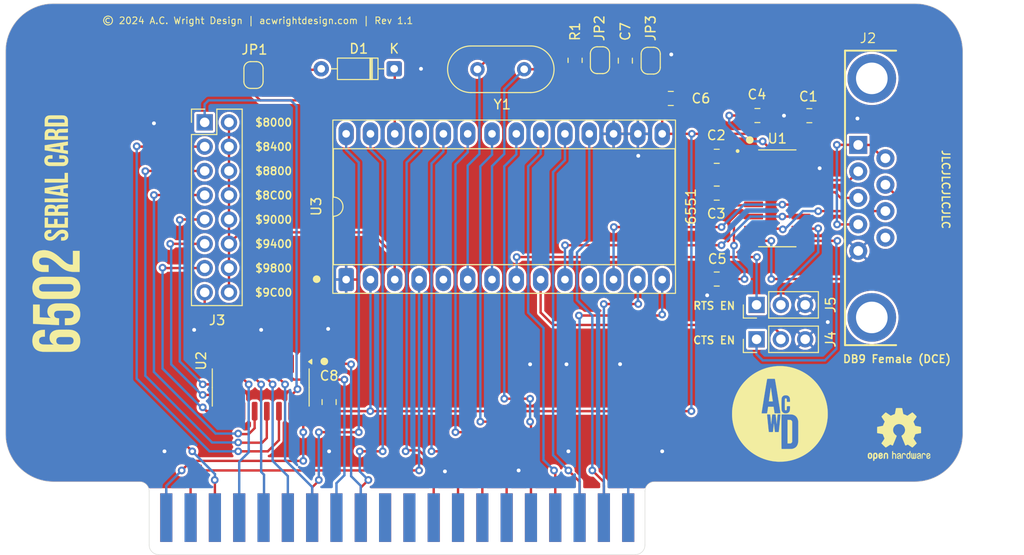
<source format=kicad_pcb>
(kicad_pcb (version 20241229) (generator "pcbnew") (generator_version "9.0")
  (title_block (title "6502 Serial Card") (date "2025-09-08") (rev "1.1") (company "A.C. Wright Design"))
  (layers (0 "F.Cu" signal "Top") (2 "B.Cu" signal "Bottom") (13 "F.Paste" user) (15 "B.Paste" user) (5 "F.SilkS" user "F.Silkscreen") (7 "B.SilkS" user "B.Silkscreen") (1 "F.Mask" user) (3 "B.Mask" user) (25 "Edge.Cuts" user))
  (net 0 "")
  (net 1 "GND")
  (net 2 "VCC")
  (net 3 "A15")
  (net 4 "A14")
  (net 5 "A13")
  (net 6 "A12")
  (net 7 "A11")
  (net 8 "A10")
  (net 9 "Net-(U1-C1-)")
  (net 10 "IRQB")
  (net 11 "RESB")
  (net 12 "/$8000")
  (net 13 "/$8400")
  (net 14 "/$8800")
  (net 15 "/$8C00")
  (net 16 "/$9000")
  (net 17 "/$9400")
  (net 18 "/$9800")
  (net 19 "/$9C00")
  (net 20 "D7")
  (net 21 "RWB")
  (net 22 "A0")
  (net 24 "D5")
  (net 25 "D4")
  (net 27 "D3")
  (net 28 "PHI2")
  (net 29 "D6")
  (net 30 "D2")
  (net 31 "A1")
  (net 32 "D0")
  (net 33 "D1")
  (net 34 "CSB")
  (net 36 "TXD")
  (net 50 "Net-(U1-C1+)")
  (net 51 "RXD")
  (net 52 "Net-(U1-C2+)")
  (net 53 "RXDIN")
  (net 54 "TXDOUT")
  (net 55 "Net-(D1-K)")
  (net 56 "Net-(U1-C2-)")
  (net 57 "Net-(U1-VS+)")
  (net 58 "Net-(U1-VS-)")
  (net 59 "Net-(JP2-B)")
  (net 60 "CTS")
  (net 61 "Net-(JP3-B)")
  (net 63 "Net-(U3-XTALO)")
  (net 64 "RTS")
  (net 65 "RTSOUT")
  (net 66 "CTSIN")
  (net 69 "Net-(J2-Pad1)")
  (net 70 "Net-(JP2-A)")
  (net 71 "Net-(J4-Pin_2)")
  (net 72 "Net-(J5-Pin_1)")
  (footprint "Capacitor_SMD:C_0805_2012Metric" (layer "F.Cu") (at 172.8011 96.0136 180)
    (property "Reference" "C3")
    (property "Value" "1uF" (hide yes))
  )
  (footprint "Capacitor_SMD:C_0805_2012Metric" (layer "F.Cu") (at 172.8011 92.1636 180)
    (property "Reference" "C2")
    (property "Value" "1uF" (hide yes))
  )
  (footprint "Capacitor_SMD:C_0805_2012Metric" (layer "F.Cu") (at 177.05 87.9)
    (property "Reference" "C4")
    (property "Value" "1uF" (hide yes))
  )
  (footprint "Capacitor_SMD:C_0805_2012Metric" (layer "F.Cu") (at 168.0011 86.1136)
    (property "Reference" "C6")
    (property "Value" "100nF" (hide yes))
  )
  (footprint "Capacitor_SMD:C_0805_2012Metric" (layer "F.Cu") (at 172.8 105 180)
    (property "Reference" "C5")
    (property "Value" "1uF" (hide yes))
  )
  (footprint "Crystal:Crystal_HC49-U_Vertical" (layer "F.Cu") (at 147.8011 83.0636)
    (property "Reference" "Y1")
    (property "Value" "1.8432 Mhz" (hide yes))
  )
  (footprint "Resistor_SMD:R_0805_2012Metric" (layer "F.Cu") (at 158.0011 82.1261 90)
    (property "Reference" "R1")
    (property "Value" "1M" (hide yes))
  )
  (footprint "Capacitor_SMD:C_0805_2012Metric" (layer "F.Cu") (at 132.3011 117.8636 90)
    (property "Reference" "C8")
    (property "Value" "100nF" (hide yes))
  )
  (footprint "6502 Parts:MAX232D" (layer "F.Cu") (at 179.1261 96.5586)
    (property "Reference" "U1")
    (property "Value" "MAX232" (hide yes))
  )
  (footprint "Capacitor_SMD:C_0805_2012Metric" (layer "F.Cu") (at 182.4761 87.9136)
    (property "Reference" "C1")
    (property "Value" "100nF" (hide yes))
  )
  (footprint "Capacitor_SMD:C_0805_2012Metric" (layer "F.Cu") (at 163.2511 82.1636 90)
    (property "Reference" "C7")
    (property "Value" "22pF" (hide yes))
  )
  (footprint "Package_SO:SOIC-16_3.9x9.9mm_P1.27mm" (layer "F.Cu") (at 125.1561 116.3386 -90)
    (property "Reference" "U2")
    (property "Value" "74HC138" (hide yes))
  )
  (footprint "6502 Parts:DB9 Female" (layer "F.Cu") (at 189.0011 96.51426 -90)
    (property "Reference" "J2")
    (property "Value" "DB9 Female (DCE)")
  )
  (footprint "Package_DIP:DIP-28_W15.24mm_Socket_LongPads" (layer "F.Cu") (at 134.0811 105.0536 90)
    (property "Reference" "U3")
    (property "Value" "6551")
  )
  (footprint "Connector_PinHeader_2.54mm:PinHeader_1x03_P2.54mm_Vertical" (layer "F.Cu") (at 176.96 107.7 90)
    (property "Reference" "J5")
    (property "Value" "RTS EN")
  )
  (footprint "6502 Logos:6502 Serial Card Logo 5mm" (layer "F.Cu") (at 103.8011 97.6136 90)
    (property "Reference" "G***" (hide yes))
    (property "Value" "LOGO" (hide yes))
  )
  (footprint "Diode_THT:D_DO-35_SOD27_P7.62mm_Horizontal" (layer "F.Cu") (at 139.1011 83.0136 180)
    (property "Reference" "D1")
    (property "Value" "D_Schottky" (hide yes))
  )
  (footprint "A.C. Wright Logo:A.C. Wright Logo 10mm" (layer "F.Cu") (at 179.4 119.1)
    (property "Reference" "G***" (hide yes))
    (property "Value" "LOGO" (hide yes))
  )
  (footprint "Jumper:SolderJumper-2_P1.3mm_Open_RoundedPad1.0x1.5mm" (layer "F.Cu") (at 165.9011 82.1636 -90)
    (property "Reference" "JP3")
    (property "Value" "SolderJumper_2_Open" (hide yes))
  )
  (footprint "Jumper:SolderJumper-2_P1.3mm_Bridged_RoundedPad1.0x1.5mm" (layer "F.Cu") (at 124.4011 83.6636 -90)
    (property "Reference" "JP1")
    (property "Value" "SolderJumper_2_Bridged" (hide yes))
  )
  (footprint "Jumper:SolderJumper-2_P1.3mm_Open_RoundedPad1.0x1.5mm" (layer "F.Cu") (at 160.6011 82.1136 90)
    (property "Reference" "JP2")
    (property "Value" "SolderJumper_2_Open" (hide yes))
  )
  (footprint "Connector_PinHeader_2.54mm:PinHeader_2x08_P2.54mm_Vertical" (layer "F.Cu") (at 119.3011 88.6136)
    (property "Reference" "J3")
    (property "Value" "Conn_02x08_Odd_Even" (hide yes))
  )
  (footprint "6502 Parts:6502 Card Edge" (layer "F.Cu") (at 115.29 132.49)
    (property "Reference" "J1" (hide yes))
    (property "Value" "6502 Card Edge" (hide yes))
  )
  (footprint "Symbol:OSHW-Logo2_7.3x6mm_SilkScreen" (layer "F.Cu") (at 191.85 121.25)
    (property "Reference" "REF**" (hide yes))
    (property "Value" "OSHW-Logo2_7.3x6mm_SilkScreen" (hide yes))
  )
  (footprint "Connector_PinHeader_2.54mm:PinHeader_1x03_P2.54mm_Vertical" (layer "F.Cu") (at 176.9611 111.3 90)
    (property "Reference" "J4")
    (property "Value" "CTS EN")
  )
  (gr_circle (center 176.2511 90.4636) (end 176.4511 90.4636) (stroke (width 0.4)) (fill no) (layer "F.SilkS"))
  (gr_circle (center 131.0011 105.0136) (end 131.2011 105.0136) (stroke (width 0.4)) (fill no) (layer "F.SilkS"))
  (gr_circle (center 131.8011 113.6136) (end 132.0011 113.6136) (stroke (width 0.4)) (fill no) (layer "F.SilkS"))
  (gr_line (start 166.3011 126.1936) (end 193.5011 126.1936) (stroke (width 0.05)) (layer "Edge.Cuts"))
  (gr_line (start 165.3011 132.8136) (end 165.3011 127.1936) (stroke (width 0.05)) (layer "Edge.Cuts"))
  (gr_line (start 113.5011 127.1936) (end 113.5011 132.8136) (stroke (width 0.05)) (layer "Edge.Cuts"))
  (gr_arc (start 198.5011 121.1936) (mid 197.036634 124.729134) (end 193.5011 126.1936) (stroke (width 0.05)) (layer "Edge.Cuts"))
  (gr_line (start 103.5011 126.1936) (end 112.5011 126.1936) (stroke (width 0.05)) (layer "Edge.Cuts"))
  (gr_line (start 98.5011 81.1936) (end 98.5011 121.1936) (stroke (width 0.05)) (layer "Edge.Cuts"))
  (gr_arc (start 193.5011 76.1936) (mid 197.036634 77.658066) (end 198.5011 81.1936) (stroke (width 0.05)) (layer "Edge.Cuts"))
  (gr_arc (start 103.5011 126.1936) (mid 99.965566 124.729134) (end 98.5011 121.1936) (stroke (width 0.05)) (layer "Edge.Cuts"))
  (gr_arc (start 165.3011 132.8136) (mid 165.008207 133.520707) (end 164.3011 133.8136) (stroke (width 0.05)) (layer "Edge.Cuts"))
  (gr_arc (start 112.5011 126.1936) (mid 113.208207 126.486493) (end 113.5011 127.1936) (stroke (width 0.05)) (layer "Edge.Cuts"))
  (gr_arc (start 98.5011 81.1936) (mid 99.965566 77.658066) (end 103.5011 76.1936) (stroke (width 0.05)) (layer "Edge.Cuts"))
  (gr_line (start 114.5011 133.8136) (end 164.3011 133.8136) (stroke (width 0.05)) (layer "Edge.Cuts"))
  (gr_line (start 193.5011 76.1936) (end 103.5011 76.1936) (stroke (width 0.05)) (layer "Edge.Cuts"))
  (gr_line (start 198.5011 121.1936) (end 198.5011 81.1936) (stroke (width 0.05)) (layer "Edge.Cuts"))
  (gr_arc (start 165.3011 127.1936) (mid 165.593993 126.486493) (end 166.3011 126.1936) (stroke (width 0.05)) (layer "Edge.Cuts"))
  (gr_arc (start 114.5011 133.8136) (mid 113.793993 133.520707) (end 113.5011 132.8136) (stroke (width 0.05)) (layer "Edge.Cuts"))
  (gr_text "JLCJLCJLCJLC" (at 196.723 95.631 270) (layer "F.SilkS") (effects (font (size 0.8 0.8))))
  (gr_text "© 2024 A.C. Wright Design | acwrightdesign.com | Rev 1.1" (at 124.841 77.978 0) (layer "F.SilkS") (effects (font (size 0.7 0.7) (thickness 0.1))))
  (gr_text "$9000" (at 126.5011 98.7936 0) (layer "F.SilkS") (effects (font (size 0.8 0.8))))
  (gr_text "$8400" (at 126.5011 91.1736 0) (layer "F.SilkS") (effects (font (size 0.8 0.8))))
  (gr_text "$8C00" (at 126.5011 96.2536 0) (layer "F.SilkS") (effects (font (size 0.8 0.8))))
  (gr_text "$9C00" (at 126.5011 106.4136 0) (layer "F.SilkS") (effects (font (size 0.8 0.8))))
  (gr_text "$8000" (at 126.5011 88.6336 0) (layer "F.SilkS") (effects (font (size 0.8 0.8))))
  (gr_text "$9400" (at 126.5011 101.3336 0) (layer "F.SilkS") (effects (font (size 0.8 0.8))))
  (gr_text "$8800" (at 126.5011 93.7136 0) (layer "F.SilkS") (effects (font (size 0.8 0.8))))
  (gr_text "$9800" (at 126.5011 103.8736 0) (layer "F.SilkS") (effects (font (size 0.8 0.8))))
  (segment (start 115.29 129.95) (end 115.29 125.0247) (width 0.25) (layer "F.Cu") (net 1))
  (via (at 115.1011 123.0136) (size 0.8) (drill 0.4) (layers "F.Cu" "B.Cu") (net 1))
  (via (at 184.4 109.5) (size 0.8) (drill 0.4) (layers "F.Cu" "B.Cu") (net 1))
  (via (at 179.8261 87.9136) (size 0.8) (drill 0.4) (layers "F.Cu" "B.Cu") (net 1))
  (via (at 132.3011 123.0136) (size 0.8) (drill 0.4) (layers "F.Cu" "B.Cu") (net 1))
  (via (at 153.3011 113.9136) (size 0.8) (drill 0.4) (layers "F.Cu" "B.Cu") (net 1))
  (via (at 162.7 113.9) (size 0.8) (drill 0.4) (layers "F.Cu" "B.Cu") (net 1))
  (via (at 141.9011 83.0136) (size 0.8) (drill 0.4) (layers "F.Cu" "B.Cu") (net 1))
  (via (at 152.1011 125.0136) (size 0.8) (drill 0.4) (layers "F.Cu" "B.Cu") (net 1))
  (via (at 157.1011 113.9136) (size 0.8) (drill 0.4) (layers "F.Cu" "B.Cu") (net 1))
  (via (at 118.2011 110.3136) (size 0.8) (drill 0.4) (layers "F.Cu" "B.Cu") (net 1))
  (via (at 164.6011 92.1136) (size 0.8) (drill 0.4) (layers "F.Cu" "B.Cu") (net 1))
  (via (at 167.1011 123.0136) (size 0.8) (drill 0.4) (layers "F.Cu" "B.Cu") (net 1))
  (via (at 168.0511 81.5136) (size 0.8) (drill 0.4) (layers "F.Cu" "B.Cu") (net 1))
  (via (at 114.0011 88.7136) (size 0.8) (drill 0.4) (layers "F.Cu" "B.Cu") (net 1))
  (via (at 187.5011 88.2136) (size 0.8) (drill 0.4) (layers "F.Cu" "B.Cu") (net 1))
  (via (at 183.5511 93.4136) (size 0.8) (drill 0.4) (layers "F.Cu" "B.Cu") (net 1))
  (via (at 157.3011 123.0136) (size 0.8) (drill 0.4) (layers "F.Cu" "B.Cu") (net 1))
  (via (at 171.8 106.7) (size 0.8) (drill 0.4) (layers "F.Cu" "B.Cu") (net 1))
  (via (at 144.4011 125.1136) (size 0.8) (drill 0.4) (layers "F.Cu" "B.Cu") (net 1))
  (via (at 132.2011 110.2136) (size 0.8) (drill 0.4) (layers "F.Cu" "B.Cu") (net 1))
  (via (at 125.2011 110.3136) (size 0.8) (drill 0.4) (layers "F.Cu" "B.Cu") (net 1))
  (segment (start 163.55 129.95) (end 163.55 125.0625) (width 0.25) (layer "B.Cu") (net 1))
  (segment (start 167.1011 89.8136) (end 167.1011 86.1636) (width 0.25) (layer "F.Cu") (net 2))
  (segment (start 163.55 129.95) (end 163.55 118.8136) (width 0.25) (layer "F.Cu") (net 2))
  (segment (start 117.9011 124.0136) (end 129.6011 124.0136) (width 0.25) (layer "F.Cu") (net 2))
  (segment (start 116.9011 125.0136) (end 117.9011 124.0136) (width 0.25) (layer "F.Cu") (net 2))
  (segment (start 170.2011 89.8136) (end 183.4511 89.8136) (width 0.25) (layer "F.Cu") (net 2))
  (segment (start 183.5011 87.9136) (end 183.4511 87.9636) (width 0.25) (layer "F.Cu") (net 2))
  (segment (start 167.0511 89.7636) (end 167.1011 89.8136) (width 0.25) (layer "F.Cu") (net 2))
  (segment (start 183.4511 87.9636) (end 183.4511 89.8136) (width 0.25) (layer "F.Cu") (net 2))
  (segment (start 136.6011 118.8136) (end 132.7011 118.8136) (width 0.25) (layer "F.Cu") (net 2))
  (segment (start 136.6011 118.8136) (end 163.55 118.8136) (width 0.25) (layer "F.Cu") (net 2))
  (segment (start 183.4511 91.7136) (end 183.4511 89.8136) (width 0.25) (layer "F.Cu") (net 2))
  (segment (start 183.0511 92.1136) (end 183.4511 91.7136) (width 0.25) (layer "F.Cu") (net 2))
  (segment (start 132.6011 118.8136) (end 129.6011 118.8136) (width 0.25) (layer "F.Cu") (net 2))
  (segment (start 167.1011 89.8136) (end 170.2011 89.8136) (width 0.25) (layer "F.Cu") (net 2))
  (segment (start 163.55 118.8136) (end 170.1511 118.8136) (width 0.25) (layer "F.Cu") (net 2))
  (segment (start 132.4011 118.8136) (end 132.3011 118.8136) (width 0.25) (layer "F.Cu") (net 2))
  (segment (start 181.6011 92.1136) (end 183.0511 92.1136) (width 0.25) (layer "F.Cu") (net 2))
  (segment (start 129.6011 121.0136) (end 129.6011 118.8136) (width 0.25) (layer "F.Cu") (net 2))
  (segment (start 167.1011 86.1636) (end 167.0511 86.1136) (width 0.25) (layer "F.Cu") (net 2))
  (via (at 136.6011 118.8136) (size 0.8) (drill 0.4) (layers "F.Cu" "B.Cu") (net 2))
  (via (at 170.1511 118.8136) (size 0.8) (drill 0.4) (layers "F.Cu" "B.Cu") (net 2))
  (via (at 129.6011 121.0136) (size 0.8) (drill 0.4) (layers "F.Cu" "B.Cu") (net 2))
  (via (at 116.9011 125.0136) (size 0.8) (drill 0.4) (layers "F.Cu" "B.Cu") (net 2))
  (via (at 129.6011 124.0136) (size 0.8) (drill 0.4) (layers "F.Cu" "B.Cu") (net 2))
  (via (at 170.2011 89.8136) (size 0.8) (drill 0.4) (layers "F.Cu" "B.Cu") (net 2))
  (segment (start 170.1511 118.8136) (end 170.1511 104.3136) (width 0.25) (layer "B.Cu") (net 2))
  (segment (start 129.6011 124.0136) (end 129.6011 121.0136) (width 0.25) (layer "B.Cu") (net 2))
  (segment (start 115.29 129.95) (end 115.29 126.6247) (width 0.25) (layer "B.Cu") (net 2))
  (segment (start 136.6011 118.8136) (end 136.6211 118.7936) (width 0.25) (layer "B.Cu") (net 2))
  (segment (start 136.6211 118.7936) (end 136.6211 105.0536) (width 0.25) (layer "B.Cu") (net 2))
  (segment (start 170.1511 104.3136) (end 170.1511 89.8636) (width 0.25) (layer "B.Cu") (net 2))
  (segment (start 170.1511 89.8636) (end 170.2011 89.8136) (width 0.25) (layer "B.Cu") (net 2))
  (segment (start 115.29 126.6247) (end 116.9011 125.0136) (width 0.25) (layer "B.Cu") (net 2))
  (segment (start 123.9011 116.0136) (end 123.2511 115.3636) (width 0.25) (layer "F.Cu") (net 3))
  (segment (start 123.2511 115.3636) (end 123.2511 113.8636) (width 0.25) (layer "F.Cu") (net 3))
  (via (at 123.9011 116.0136) (size 0.8) (drill 0.4) (layers "F.Cu" "B.Cu") (net 3))
  (segment (start 123.9011 123.1136) (end 123.9011 122.8136) (width 0.25) (layer "B.Cu") (net 3))
  (segment (start 123.9011 122.8136) (end 123.9011 116.0136) (width 0.25) (layer "B.Cu") (net 3))
  (segment (start 122.91 129.95) (end 122.91 124.1047) (width 0.25) (layer "B.Cu") (net 3))
  (segment (start 122.91 124.1047) (end 123.9011 123.1136) (width 0.25) (layer "B.Cu") (net 3))
  (segment (start 125.2011 116.0136) (end 124.5211 115.3336) (width 0.25) (layer "F.Cu") (net 4))
  (segment (start 124.5211 115.3336) (end 124.5211 113.8636) (width 0.25) (layer "F.Cu") (net 4))
  (via (at 125.2011 116.0136) (size 0.8) (drill 0.4) (layers "F.Cu" "B.Cu") (net 4))
  (segment (start 125.5011 125.4636) (end 125.5011 129.8989) (width 0.25) (layer "B.Cu") (net 4))
  (segment (start 125.2011 125.1636) (end 125.5011 125.4636) (width 0.25) (layer "B.Cu") (net 4))
  (segment (start 125.5011 129.8989) (end 125.45 129.95) (width 0.25) (layer "B.Cu") (net 4))
  (segment (start 125.2011 116.0136) (end 125.2011 125.1636) (width 0.25) (layer "B.Cu") (net 4))
  (segment (start 125.8011 115.4136) (end 125.8011 115.3136) (width 0.25) (layer "F.Cu") (net 5))
  (segment (start 125.8011 115.3136) (end 125.7911 115.3036) (width 0.25) (layer "F.Cu") (net 5))
  (segment (start 126.4011 116.0136) (end 125.8011 115.4136) (width 0.25) (layer "F.Cu") (net 5))
  (segment (start 125.7911 115.3036) (end 125.7911 113.8636) (width 0.25) (layer "F.Cu") (net 5))
  (via (at 126.4011 116.0136) (size 0.8) (drill 0.4) (layers "F.Cu" "B.Cu") (net 5))
  (segment (start 127.99 129.95) (end 127.99 125.6025) (width 0.25) (layer "B.Cu") (net 5))
  (segment (start 126.4011 124.0136) (end 126.4011 116.0136) (width 0.25) (layer "B.Cu") (net 5))
  (segment (start 127.99 129.9247) (end 128.0011 129.9136) (width 0.25) (layer "B.Cu") (net 5))
  (segment (start 127.99 125.6025) (end 126.4011 124.0136) (width 0.25) (layer "B.Cu") (net 5))
  (segment (start 127.99 129.95) (end 127.99 129.9247) (width 0.25) (layer "B.Cu") (net 5))
  (segment (start 127.7011 116.0136) (end 127.0611 115.3736) (width 0.25) (layer "F.Cu") (net 6))
  (segment (start 127.0611 115.3736) (end 127.0611 113.8636) (width 0.25) (layer "F.Cu") (net 6))
  (via (at 127.7011 116.0136) (size 0.8) (drill 0.4) (layers "F.Cu" "B.Cu") (net 6))
  (segment (start 130.53 126.7425) (end 127.7011 123.9136) (width 0.25) (layer "B.Cu") (net 6))
  (segment (start 127.7011 123.9136) (end 127.7011 116.0136) (width 0.25) (layer "B.Cu") (net 6))
  (segment (start 130.53 129.95) (end 130.53 126.7425) (width 0.25) (layer "B.Cu") (net 6))
  (segment (start 128.3311 115.2436) (end 128.3311 113.8636) (width 0.25) (layer "F.Cu") (net 7))
  (segment (start 133.9011 115.5136) (end 128.6011 115.5136) (width 0.25) (layer "F.Cu") (net 7))
  (segment (start 128.6011 115.5136) (end 128.3311 115.2436) (width 0.25) (layer "F.Cu") (net 7))
  (via (at 133.9011 115.5136) (size 0.8) (drill 0.4) (layers "F.Cu" "B.Cu") (net 7))
  (segment (start 133.9011 125.5136) (end 133.07 126.3447) (width 0.25) (layer "B.Cu") (net 7))
  (segment (start 133.07 126.3447) (end 133.07 129.95) (width 0.25) (layer "B.Cu") (net 7))
  (segment (start 133.9011 115.5136) (end 133.9011 125.5136) (width 0.25) (layer "B.Cu") (net 7))
  (segment (start 134.5511 113.8636) (end 129.6011 113.8636) (width 0.25) (layer "F.Cu") (net 8))
  (segment (start 134.6011 113.9136) (end 134.5511 113.8636) (width 0.25) (layer "F.Cu") (net 8))
  (via (at 134.6011 113.9136) (size 0.8) (drill 0.4) (layers "F.Cu" "B.Cu") (net 8))
  (segment (start 135.61 126.6225) (end 135.61 129.95) (width 0.25) (layer "B.Cu") (net 8))
  (segment (start 134.6011 125.6136) (end 135.61 126.6225) (width 0.25) (layer "B.Cu") (net 8))
  (segment (start 134.6011 113.9136) (end 134.6011 125.6136) (width 0.25) (layer "B.Cu") (net 8))
  (segment (start 172.4011 93.8636) (end 171.8511 93.3136) (width 0.25) (layer "F.Cu") (net 9))
  (segment (start 171.8511 93.3136) (end 171.8511 92.1636) (width 0.25) (layer "F.Cu") (net 9))
  (segment (start 174.8911 94.7536) (end 174.0011 93.8636) (width 0.25) (layer "F.Cu") (net 9))
  (segment (start 174.0011 93.8636) (end 172.4011 93.8636) (width 0.25) (layer "F.Cu") (net 9))
  (segment (start 176.2511 94.7536) (end 174.8911 94.7536) (width 0.25) (layer "F.Cu") (net 9))
  (segment (start 115.2011 83.1136) (end 110.9011 87.4136) (width 0.25) (layer "F.Cu") (net 10))
  (segment (start 131.4811 83.0136) (end 131.3811 83.1136) (width 0.25) (layer "F.Cu") (net 10))
  (segment (start 110.9011 87.4136) (end 110.9011 115.9136) (width 0.25) (layer "F.Cu") (net 10))
  (segment (start 110.9011 115.9136) (end 118.0011 123.0136) (width 0.25) (layer "F.Cu") (net 10))
  (segment (start 120.37 126.0325) (end 120.37 129.95) (width 0.25) (layer "F.Cu") (net 10))
  (segment (start 120.3511 126.0136) (end 120.37 126.0325) (width 0.25) (layer "F.Cu") (net 10))
  (segment (start 131.3811 83.1136) (end 115.2011 83.1136) (width 0.25) (layer "F.Cu") (net 10))
  (via (at 118.0011 123.0136) (size 0.8) (drill 0.4) (layers "F.Cu" "B.Cu") (net 10))
  (via (at 120.3511 126.0136) (size 0.8) (drill 0.4) (layers "F.Cu" "B.Cu") (net 10))
  (segment (start 120.3761 125.9886) (end 120.3511 126.0136) (width 0.25) (layer "B.Cu") (net 10))
  (segment (start 118.0011 123.0136) (end 120.3761 125.3886) (width 0.25) (layer "B.Cu") (net 10))
  (segment (start 120.3761 125.3886) (end 120.3761 125.9886) (width 0.25) (layer "B.Cu") (net 10))
  (segment (start 117.83 129.95) (end 117.83 126.1847) (width 0.25) (layer "F.Cu") (net 11))
  (segment (start 119.0011 125.0136) (end 119.9011 125.0136) (width 0.25) (layer "F.Cu") (net 11))
  (segment (start 117.83 126.1847) (end 119.0011 125.0136) (width 0.25) (layer "F.Cu") (net 11))
  (segment (start 119.9011 125.0136) (end 141.7011 125.0136) (width 0.25) (layer "F.Cu") (net 11))
  (via (at 141.7011 125.0136) (size 0.8) (drill 0.4) (layers "F.Cu" "B.Cu") (net 11))
  (segment (start 141.7011 125.0136) (end 141.7011 105.0536) (width 0.25) (layer "B.Cu") (net 11))
  (segment (start 128.3311 117.1836) (end 129.0011 116.5136) (width 0.25) (layer "F.Cu") (net 12))
  (segment (start 128.3311 118.8136) (end 128.3311 117.1836) (width 0.25) (layer "F.Cu") (net 12))
  (via (at 129.0011 116.5136) (size 0.8) (drill 0.4) (layers "F.Cu" "B.Cu") (net 12))
  (segment (start 119.3011 86.7136) (end 119.3011 88.6136) (width 0.25) (layer "B.Cu") (net 12))
  (segment (start 119.7011 86.3136) (end 119.3011 86.7136) (width 0.25) (layer "B.Cu") (net 12))
  (segment (start 128.9011 86.9136) (end 128.3011 86.3136) (width 0.25) (layer "B.Cu") (net 12))
  (segment (start 129.0011 116.5136) (end 128.9011 116.4136) (width 0.25) (layer "B.Cu") (net 12))
  (segment (start 128.9011 116.4136) (end 128.9011 86.9136) (width 0.25) (layer "B.Cu") (net 12))
  (segment (start 128.3011 86.3136) (end 119.7011 86.3136) (width 0.25) (layer "B.Cu") (net 12))
  (segment (start 127.0611 121.8536) (end 125.9011 123.0136) (width 0.25) (layer "F.Cu") (net 13))
  (segment (start 112.2411 91.1536) (end 112.2011 91.1136) (width 0.25) (layer "F.Cu") (net 13))
  (segment (start 127.0611 118.8136) (end 127.0611 121.8536) (width 0.25) (layer "F.Cu") (net 13))
  (segment (start 119.3011 91.1536) (end 112.2411 91.1536) (width 0.25) (layer "F.Cu") (net 13))
  (segment (start 125.9011 123.0136) (end 122.8011 123.0136) (width 0.25) (layer "F.Cu") (net 13))
  (via (at 112.2011 91.1136) (size 0.8) (drill 0.4) (layers "F.Cu" "B.Cu") (net 13))
  (via (at 122.8011 123.0136) (size 0.8) (drill 0.4) (layers "F.Cu" "B.Cu") (net 13))
  (segment (start 119.8011 123.0136) (end 122.8011 123.0136) (width 0.25) (layer "B.Cu") (net 13))
  (segment (start 112.2011 115.4136) (end 119.8011 123.0136) (width 0.25) (layer "B.Cu") (net 13))
  (segment (start 112.2011 91.1136) (end 112.2011 115.4136) (width 0.25) (layer "B.Cu") (net 13))
  (segment (start 113.1011 93.7136) (end 113.1211 93.6936) (width 0.25) (layer "F.Cu") (net 14))
  (segment (start 122.828103 122.1136) (end 122.8011 122.086597) (width 0.25) (layer "F.Cu") (net 14))
  (segment (start 113.1211 93.6936) (end 119.3011 93.6936) (width 0.25) (layer "F.Cu") (net 14))
  (segment (start 125.3011 122.1136) (end 122.828103 122.1136) (width 0.25) (layer "F.Cu") (net 14))
  (segment (start 125.7911 121.6236) (end 125.3011 122.1136) (width 0.25) (layer "F.Cu") (net 14))
  (segment (start 125.7911 118.8136) (end 125.7911 121.6236) (width 0.25) (layer "F.Cu") (net 14))
  (via (at 113.1011 93.7136) (size 0.8) (drill 0.4) (layers "F.Cu" "B.Cu") (net 14))
  (via (at 122.8011 122.086597) (size 0.8) (drill 0.4) (layers "F.Cu" "B.Cu") (net 14))
  (segment (start 113.1011 115.1136) (end 120.074097 122.086597) (width 0.25) (layer "B.Cu") (net 14))
  (segment (start 120.074097 122.086597) (end 122.8011 122.086597) (width 0.25) (layer "B.Cu") (net 14))
  (segment (start 113.1011 93.7136) (end 113.1011 115.1136) (width 0.25) (layer "B.Cu") (net 14))
  (segment (start 119.2811 96.2136) (end 119.3011 96.2336) (width 0.25) (layer "F.Cu") (net 15))
  (segment (start 122.855106 121.2136) (end 122.8011 121.159594) (width 0.25) (layer "F.Cu") (net 15))
  (segment (start 123.9011 121.2136) (end 122.855106 121.2136) (width 0.25) (layer "F.Cu") (net 15))
  (segment (start 124.5211 120.5936) (end 123.9011 121.2136) (width 0.25) (layer "F.Cu") (net 15))
  (segment (start 124.5211 118.8136) (end 124.5211 120.5936) (width 0.25) (layer "F.Cu") (net 15))
  (segment (start 114.0011 96.2136) (end 119.2811 96.2136) (width 0.25) (layer "F.Cu") (net 15))
  (via (at 122.8011 121.159594) (size 0.8) (drill 0.4) (layers "F.Cu" "B.Cu") (net 15))
  (via (at 114.0011 96.2136) (size 0.8) (drill 0.4) (layers "F.Cu" "B.Cu") (net 15))
  (segment (start 114.0011 96.2136) (end 114.0011 114.7136) (width 0.25) (layer "B.Cu") (net 15))
  (segment (start 120.447094 121.159594) (end 122.8011 121.159594) (width 0.25) (layer "B.Cu") (net 15))
  (segment (start 114.0011 114.7136) (end 120.447094 121.159594) (width 0.25) (layer "B.Cu") (net 15))
  (segment (start 122.0011 116.0136) (end 119.1011 116.0136) (width 0.25) (layer "F.Cu") (net 16))
  (segment (start 123.2511 117.2636) (end 122.0011 116.0136) (width 0.25) (layer "F.Cu") (net 16))
  (segment (start 123.2511 118.8136) (end 123.2511 117.2636) (width 0.25) (layer "F.Cu") (net 16))
  (segment (start 116.7011 98.8136) (end 116.7411 98.7736) (width 0.25) (layer "F.Cu") (net 16))
  (segment (start 116.7411 98.7736) (end 119.3011 98.7736) (width 0.25) (layer "F.Cu") (net 16))
  (via (at 119.1011 116.0136) (size 0.8) (drill 0.4) (layers "F.Cu" "B.Cu") (net 16))
  (via (at 116.7011 98.8136) (size 0.8) (drill 0.4) (layers "F.Cu" "B.Cu") (net 16))
  (segment (start 116.7011 113.6136) (end 116.7011 98.8136) (width 0.25) (layer "B.Cu") (net 16))
  (segment (start 119.1011 116.0136) (end 116.7011 113.6136) (width 0.25) (layer "B.Cu") (net 16))
  (segment (start 121.6011 117.1136) (end 121.9811 117.4936) (width 0.25) (layer "F.Cu") (net 17))
  (segment (start 121.9811 117.4936) (end 121.9811 118.8136) (width 0.25) (layer "F.Cu") (net 17))
  (segment (start 119.1011 117.1136) (end 121.6011 117.1136) (width 0.25) (layer "F.Cu") (net 17))
  (segment (start 115.7011 101.3136) (end 119.3011 101.3136) (width 0.25) (layer "F.Cu") (net 17))
  (via (at 119.1011 117.1136) (size 0.8) (drill 0.4) (layers "F.Cu" "B.Cu") (net 17))
  (via (at 115.7011 101.3136) (size 0.8) (drill 0.4) (layers "F.Cu" "B.Cu") (net 17))
  (segment (start 119.0011 117.1136) (end 115.8011 113.9136) (width 0.25) (layer "B.Cu") (net 17))
  (segment (start 115.8011 113.9136) (end 115.8011 101.4136) (width 0.25) (layer "B.Cu") (net 17))
  (segment (start 115.8011 101.4136) (end 115.7011 101.3136) (width 0.25) (layer "B.Cu") (net 17))
  (segment (start 119.1011 117.1136) (end 119.0011 117.1136) (width 0.25) (layer "B.Cu") (net 17))
  (segment (start 119.1011 118.4136) (end 119.5011 118.8136) (width 0.25) (layer "F.Cu") (net 18))
  (segment (start 114.9011 103.8136) (end 114.9411 103.8536) (width 0.25) (layer "F.Cu") (net 18))
  (segment (start 119.5011 118.8136) (end 120.7111 118.8136) (width 0.25) (layer "F.Cu") (net 18))
  (segment (start 114.9411 103.8536) (end 119.3011 103.8536) (width 0.25) (layer "F.Cu") (net 18))
  (via (at 114.9011 103.8136) (size 0.8) (drill 0.4) (layers "F.Cu" "B.Cu") (net 18))
  (via (at 119.1011 118.4136) (size 0.8) (drill 0.4) (layers "F.Cu" "B.Cu") (net 18))
  (segment (start 114.9011 114.3636) (end 114.9011 103.8136) (width 0.25) (layer "B.Cu") (net 18))
  (segment (start 118.9511 118.4136) (end 114.9011 114.3636) (width 0.25) (layer "B.Cu") (net 18))
  (segment (start 119.1011 118.4136) (end 118.9511 118.4136) (width 0.25) (layer "B.Cu") (net 18))
  (segment (start 121.9811 113.8636) (end 121.9811 112.1936) (width 0.25) (layer "F.Cu") (net 19))
  (segment (start 121.9811 112.1936) (end 119.3011 109.5136) (width 0.25) (layer "F.Cu") (net 19))
  (segment (start 119.3011 109.5136) (end 119.3011 106.3936) (width 0.25) (layer "F.Cu") (net 19))
  (segment (start 143.23 124.4425) (end 141.7011 122.9136) (width 0.25) (layer "F.Cu") (net 20))
  (segment (start 141.7011 122.9136) (end 140.4011 122.9136) (width 0.25) (layer "F.Cu") (net 20))
  (segment (start 143.23 129.95) (end 143.23 124.4425) (width 0.25) (layer "F.Cu") (net 20))
  (segment (start 140.4011 122.9136) (end 140.3011 123.0136) (width 0.25) (layer "F.Cu") (net 20))
  (via (at 140.3011 123.0136) (size 0.8) (drill 0.4) (layers "F.Cu" "B.Cu") (net 20))
  (segment (start 140.4011 122.9136) (end 140.3011 123.0136) (width 0.25) (layer "B.Cu") (net 20))
  (segment (start 141.7011 89.8136) (end 141.7011 91.5136) (width 0.25) (layer "B.Cu") (net 20))
  (segment (start 141.7011 91.5136) (end 140.4011 92.8136) (width 0.25) (layer "B.Cu") (net 20))
  (segment (start 140.4011 92.8136) (end 140.4011 122.9136) (width 0.25) (layer "B.Cu") (net 20))
  (segment (start 135.4011 121.0136) (end 131.2261 121.0136) (width 0.25) (layer "F.Cu") (net 21))
  (segment (start 130.53 126.7847) (end 130.53 129.95) (width 0.25) (layer "F.Cu") (net 21))
  (segment (start 131.3011 126.0136) (end 130.53 126.7847) (width 0.25) (layer "F.Cu") (net 21))
  (via (at 131.2261 126.0136) (size 0.8) (drill 0.4) (layers "F.Cu" "B.Cu") (net 21))
  (via (at 131.2261 121.0136) (size 0.8) (drill 0.4) (layers "F.Cu" "B.Cu") (net 21))
  (via (at 135.4011 121.0136) (size 0.8) (drill 0.4) (layers "F.Cu" "B.Cu") (net 21))
  (segment (start 134.0811 91.4936) (end 135.4011 92.8136) (width 0.25) (layer "B.Cu") (net 21))
  (segment (start 134.0811 89.8136) (end 134.0811 91.4936) (width 0.25) (layer "B.Cu") (net 21))
  (segment (start 135.4011 92.8136) (end 135.4011 106.2376) (width 0.25) (layer "B.Cu") (net 21))
  (segment (start 135.4011 106.2376) (end 135.4011 121.0136) (width 0.25) (layer "B.Cu") (net 21))
  (segment (start 131.2261 125.9386) (end 131.3011 126.0136) (width 0.25) (layer "B.Cu") (net 21))
  (segment (start 131.2261 121.0136) (end 131.2261 125.9386) (width 0.25) (layer "B.Cu") (net 21))
  (segment (start 161.7011 107.6136) (end 164.6011 107.6136) (width 0.25) (layer "F.Cu") (net 22))
  (segment (start 161.0011 107.6136) (end 161.7011 107.6136) (width 0.25) (layer "F.Cu") (net 22))
  (via (at 161.0011 107.6136) (size 0.8) (drill 0.4) (layers "F.Cu" "B.Cu") (net 22))
  (via (at 164.6011 107.6136) (size 0.8) (drill 0.4) (layers "F.Cu" "B.Cu") (net 22))
  (segment (start 161.01 107.6225) (end 161.0011 107.6136) (width 0.25) (layer "B.Cu") (net 22))
  (segment (start 164.5611 107.1736) (end 164.5611 105.0536) (width 0.25) (layer "B.Cu") (net 22))
  (segment (start 164.6011 107.2136) (end 164.5611 107.1736) (width 0.25) (layer "B.Cu") (net 22))
  (segment (start 161.01 129.95) (end 161.01 107.6225) (width 0.25) (layer "B.Cu") (net 22))
  (segment (start 164.6011 107.6136) (end 164.6011 107.2136) (width 0.25) (layer "B.Cu") (net 22))
  (segment (start 145.5011 121.0136) (end 147.3011 121.0136) (width 0.25) (layer "F.Cu") (net 24))
  (segment (start 147.3011 121.0136) (end 148.31 122.0225) (width 0.25) (layer "F.Cu") (net 24))
  (segment (start 148.31 122.0225) (end 148.31 129.95) (width 0.25) (layer "F.Cu") (net 24))
  (via (at 145.5011 121.0136) (size 0.8) (drill 0.4) (layers "F.Cu" "B.Cu") (net 24))
  (segment (start 146.7811 89.8136) (end 146.7811 91.7336) (width 0.25) (layer "B.Cu") (net 24))
  (segment (start 145.5011 93.0136) (end 145.5011 121.0136) (width 0.25) (layer "B.Cu") (net 24))
  (segment (start 146.7811 91.7336) (end 145.5011 93.0136) (width 0.25) (layer "B.Cu") (net 24))
  (segment (start 150.85 120.9625) (end 150.85 129.95) (width 0.25) (layer "F.Cu") (net 25))
  (segment (start 149.8011 119.9136) (end 150.85 120.9625) (width 0.25) (layer "F.Cu") (net 25))
  (segment (start 148.1011 119.9136) (end 149.8011 119.9136) (width 0.25) (layer "F.Cu") (net 25))
  (via (at 148.1011 119.9136) (size 0.8) (drill 0.4) (layers "F.Cu" "B.Cu") (net 25))
  (segment (start 149.3211 91.9936) (end 148.1011 93.2136) (width 0.25) (layer "B.Cu") (net 25))
  (segment (start 148.1011 93.2136) (end 148.1011 119.9136) (width 0.25) (layer "B.Cu") (net 25))
  (segment (start 149.3211 89.8136) (end 149.3211 91.9936) (width 0.25) (layer "B.Cu") (net 25))
  (segment (start 153.39 120.0025) (end 153.39 129.95) (width 0.25) (layer "F.Cu") (net 27))
  (segment (start 150.6011 117.5136) (end 153.3011 117.5136) (width 0.25) (layer "F.Cu") (net 27))
  (segment (start 153.3011 119.9136) (end 153.39 120.0025) (width 0.25) (layer "F.Cu") (net 27))
  (via (at 153.3011 117.5136) (size 0.8) (drill 0.4) (layers "F.Cu" "B.Cu") (net 27))
  (via (at 153.3011 119.9136) (size 0.8) (drill 0.4) (layers "F.Cu" "B.Cu") (net 27))
  (via (at 150.6011 117.5136) (size 0.8) (drill 0.4) (layers "F.Cu" "B.Cu") (net 27))
  (segment (start 151.8611 89.8136) (end 151.8611 91.9536) (width 0.25) (layer "B.Cu") (net 27))
  (segment (start 150.6011 110.7136) (end 150.6011 117.5136) (width 0.25) (layer "B.Cu") (net 27))
  (segment (start 151.8611 91.9536) (end 150.6011 93.2136) (width 0.25) (layer "B.Cu") (net 27))
  (segment (start 150.6011 93.2136) (end 150.6011 110.7136) (width 0.25) (layer "B.Cu") (net 27))
  (segment (start 153.3011 117.5136) (end 153.3011 119.9136) (width 0.25) (layer "B.Cu") (net 27))
  (segment (start 135.61 126.8047) (end 135.61 129.95) (width 0.25) (layer "F.Cu") (net 28))
  (segment (start 137.9011 123.0136) (end 135.5011 123.0136) (width 0.25) (layer "F.Cu") (net 28))
  (segment (start 136.4011 126.0136) (end 135.61 126.8047) (width 0.25) (layer "F.Cu") (net 28))
  (via (at 135.5011 123.0136) (size 0.8) (drill 0.4) (layers "F.Cu" "B.Cu") (net 28))
  (via (at 136.4011 126.0136) (size 0.8) (drill 0.4) (layers "F.Cu" "B.Cu") (net 28))
  (via (at 137.9011 123.0136) (size 0.8) (drill 0.4) (layers "F.Cu" "B.Cu") (net 28))
  (segment (start 135.5011 125.1136) (end 136.4011 126.0136) (width 0.25) (layer "B.Cu") (net 28))
  (segment (start 135.5011 123.0136) (end 135.5011 125.1136) (width 0.25) (layer "B.Cu") (net 28))
  (segment (start 136.6211 89.8136) (end 136.6211 91.4336) (width 0.25) (layer "B.Cu") (net 28))
  (segment (start 136.6211 91.4336) (end 137.9011 92.7136) (width 0.25) (layer "B.Cu") (net 28))
  (segment (start 137.9011 92.7136) (end 137.9011 123.0136) (width 0.25) (layer "B.Cu") (net 28))
  (segment (start 143.0011 123.0136) (end 144.3011 123.0136) (width 0.25) (layer "F.Cu") (net 29))
  (segment (start 145.77 124.5447) (end 145.77 129.95) (width 0.25) (layer "F.Cu") (net 29))
  (segment (start 144.3011 123.0136) (end 145.8011 124.5136) (width 0.25) (layer "F.Cu") (net 29))
  (segment (start 145.8011 124.5136) (end 145.77 124.5447) (width 0.25) (layer "F.Cu") (net 29))
  (via (at 143.0011 123.0136) (size 0.8) (drill 0.4) (layers "F.Cu" "B.Cu") (net 29))
  (segment (start 144.2411 89.8136) (end 144.2411 91.6736) (width 0.25) (layer "B.Cu") (net 29))
  (segment (start 143.0011 92.9136) (end 143.0011 107.3136) (width 0.25) (layer "B.Cu") (net 29))
  (segment (start 144.2411 91.6736) (end 143.0011 92.9136) (width 0.25) (layer "B.Cu") (net 29))
  (segment (start 143.0011 107.3136) (end 143.0011 123.0136) (width 0.25) (layer "B.Cu") (net 29))
  (segment (start 155.8011 125.0136) (end 155.93 125.1425) (width 0.25) (layer "F.Cu") (net 30))
  (segment (start 155.93 125.1425) (end 155.93 129.95) (width 0.25) (layer "F.Cu") (net 30))
  (via (at 155.8011 125.0136) (size 0.8) (drill 0.4) (layers "F.Cu" "B.Cu") (net 30))
  (segment (start 154.4011 91.9136) (end 153.1011 93.2136) (width 0.25) (layer "B.Cu") (net 30))
  (segment (start 154.7011 110.1136) (end 154.7011 110.4136) (width 0.25) (layer "B.Cu") (net 30))
  (segment (start 154.7011 123.4136) (end 154.7011 123.9136) (width 0.25) (layer "B.Cu") (net 30))
  (segment (start 154.7011 110.4136) (end 154.7011 123.4136) (width 0.25) (layer "B.Cu") (net 30))
  (segment (start 153.1011 93.2136) (end 153.1011 108.5136) (width 0.25) (layer "B.Cu") (net 30))
  (segment (start 153.1011 108.5136) (end 153.9531 109.3656) (width 0.25) (layer "B.Cu") (net 30))
  (segment (start 154.4011 89.8136) (end 154.4011 91.9136) (width 0.25) (layer "B.Cu") (net 30))
  (segment (start 154.7011 123.9136) (end 155.8011 125.0136) (width 0.25) (layer "B.Cu") (net 30))
  (segment (start 153.9531 109.3656) (end 154.7011 110.1136) (width 0.25) (layer "B.Cu") (net 30))
  (segment (start 158.4011 108.8136) (end 167.0011 108.8136) (width 0.25) (layer "F.Cu") (net 31))
  (segment (start 167.0011 108.8136) (end 167.1011 108.7136) (width 0.25) (layer "F.Cu") (net 31))
  (via (at 158.4011 108.8136) (size 0.8) (drill 0.4) (layers "F.Cu" "B.Cu") (net 31))
  (via (at 167.1011 108.7136) (size 0.8) (drill 0.4) (layers "F.Cu" "B.Cu") (net 31))
  (segment (start 167.1011 108.7136) (end 167.1011 105.0536) (width 0.25) (layer "B.Cu") (net 31))
  (segment (start 158.47 129.95) (end 158.47 108.8825) (width 0.25) (layer "B.Cu") (net 31))
  (segment (start 158.47 108.8825) (end 158.4011 108.8136) (width 0.25) (layer "B.Cu") (net 31))
  (segment (start 161.0011 126.6136) (end 161.01 126.6225) (width 0.25) (layer "F.Cu") (net 32))
  (segment (start 161.01 126.6225) (end 161.01 129.95) (width 0.25) (layer "F.Cu") (net 32))
  (segment (start 159.8011 125.0136) (end 161.0011 126.2136) (width 0.25) (layer "F.Cu") (net 32))
  (segment (start 161.0011 126.2136) (end 161.0011 126.6136) (width 0.25) (layer "F.Cu") (net 32))
  (via (at 159.8011 125.0136) (size 0.8) (drill 0.4) (layers "F.Cu" "B.Cu") (net 32))
  (segment (start 158.2011 102.2136) (end 158.2011 107.2136) (width 0.25) (layer "B.Cu") (net 32))
  (segment (start 159.8011 108.8136) (end 159.8011 125.0136) (width 0.25) (layer "B.Cu") (net 32))
  (segment (start 158.2011 107.2136) (end 159.8011 108.8136) (width 0.25) (layer "B.Cu") (net 32))
  (segment (start 159.4811 89.8136) (end 159.4811 100.9336) (width 0.25) (layer "B.Cu") (net 32))
  (segment (start 159.4811 100.9336) (end 158.2011 102.2136) (width 0.25) (layer "B.Cu") (net 32))
  (segment (start 158.47 126.1825) (end 158.47 129.95) (width 0.25) (layer "F.Cu") (net 33))
  (segment (start 157.3011 125.0136) (end 158.47 126.1825) (width 0.25) (layer "F.Cu") (net 33))
  (via (at 157.3011 125.0136) (size 0.8) (drill 0.4) (layers "F.Cu" "B.Cu") (net 33))
  (segment (start 155.7011 93.8136) (end 155.7011 123.4136) (width 0.25) (layer "B.Cu") (net 33))
  (segment (start 156.9411 89.8136) (end 156.9411 92.5736) (width 0.25) (layer "B.Cu") (net 33))
  (segment (start 156.9411 92.5736) (end 155.7011 93.8136) (width 0.25) (layer "B.Cu") (net 33))
  (segment (start 155.7011 123.4136) (end 157.3011 125.0136) (width 0.25) (layer "B.Cu") (net 33))
  (segment (start 123.0411 100.1136) (end 121.8411 101.3136) (width 0.25) (layer "F.Cu") (net 34))
  (segment (start 139.1611 102.5736) (end 136.7011 100.1136) (width 0.25) (layer "F.Cu") (net 34))
  (segment (start 139.1611 105.0536) (end 139.1611 102.5736) (width 0.25) (layer "F.Cu") (net 34))
  (segment (start 121.8411 88.6136) (end 121.8411 106.3936) (width 0.25) (layer "F.Cu") (net 34))
  (segment (start 136.7011 100.1136) (end 123.0411 100.1136) (width 0.25) (layer "F.Cu") (net 34))
  (segment (start 186.6633 94.6636) (end 187.58124 93.74566) (width 0.25) (layer "F.Cu") (net 36))
  (segment (start 181.6011 94.6536) (end 181.6111 94.6636) (width 0.25) (layer "F.Cu") (net 36))
  (segment (start 181.6111 94.6636) (end 186.6633 94.6636) (width 0.25) (layer "F.Cu") (net 36))
  (segment (start 176.2511 92.2136) (end 173.8011 92.2136) (width 0.25) (layer "F.Cu") (net 50))
  (segment (start 173.8011 92.2136) (end 173.7511 92.1636) (width 0.25) (layer "F.Cu") (net 50))
  (segment (start 185.75176 96.51426) (end 187.58124 96.51426) (width 0.25) (layer "F.Cu") (net 51))
  (segment (start 185.1611 95.9236) (end 185.75176 96.51426) (width 0.25) (layer "F.Cu") (net 51))
  (segment (start 181.6011 95.9236) (end 185.1611 95.9236) (width 0.25) (layer "F.Cu") (net 51))
  (segment (start 173.7611 96.0236) (end 173.7511 96.0136) (width 0.25) (layer "F.Cu") (net 52))
  (segment (start 176.2511 96.0236) (end 173.7611 96.0236) (width 0.25) (layer "F.Cu") (net 52))
  (segment (start 164.7011 99.5636) (end 162.0511 99.5636) (width 0.25) (layer "F.Cu") (net 53))
  (segment (start 181.5811 97.2136) (end 181.6011 97.1936) (width 0.25) (layer "F.Cu") (net 53))
  (segment (start 179.6511 97.2136) (end 181.5811 97.2136) (width 0.25) (layer "F.Cu") (net 53))
  (segment (start 173.3011 99.5636) (end 164.7011 99.5636) (width 0.25) (layer "F.Cu") (net 53))
  (segment (start 179.6511 97.2136) (end 179.6711 97.1936) (width 0.25) (layer "F.Cu") (net 53))
  (via (at 179.6511 97.2136) (size 0.8) (drill 0.4) (layers "F.Cu" "B.Cu") (net 53))
  (via (at 162.0511 99.5636) (size 0.8) (drill 0.4) (layers "F.Cu" "B.Cu") (net 53))
  (via (at 173.3011 99.5636) (size 0.8) (drill 0.4) (layers "F.Cu" "B.Cu") (net 53))
  (segment (start 179.6511 97.2136) (end 175.6511 97.2136) (width 0.25) (layer "B.Cu") (net 53))
  (segment (start 162.0511 99.5636) (end 162.0511 99.9636) (width 0.25) (layer "B.Cu") (net 53))
  (segment (start 162.0511 99.9636) (end 162.0211 99.9936) (width 0.25) (layer "B.Cu") (net 53))
  (segment (start 175.6511 97.2136) (end 173.3011 99.5636) (width 0.25) (layer "B.Cu") (net 53))
  (segment (start 162.0211 99.9936) (end 162.0211 105.0536) (width 0.25) (layer "B.Cu") (net 53))
  (segment (start 179.6511 98.4636) (end 181.6011 98.4636) (width 0.25) (layer "F.Cu") (net 54))
  (segment (start 165.1511 101.4636) (end 156.9511 101.4636) (width 0.25) (layer "F.Cu") (net 54))
  (segment (start 173.3011 101.4636) (end 165.1511 101.4636) (width 0.25) (layer "F.Cu") (net 54))
  (segment (start 179.6511 98.4636) (end 179.7511 98.5636) (width 0.25) (layer "F.Cu") (net 54))
  (via (at 173.3011 101.4636) (size 0.8) (drill 0.4) (layers "F.Cu" "B.Cu") (net 54))
  (via (at 156.9511 101.4636) (size 0.8) (drill 0.4) (layers "F.Cu" "B.Cu") (net 54))
  (via (at 179.6511 98.4636) (size 0.8) (drill 0.4) (layers "F.Cu" "B.Cu") (net 54))
  (segment (start 156.9511 101.4636) (end 156.9411 101.4736) (width 0.25) (layer "B.Cu") (net 54))
  (segment (start 179.6511 98.4636) (end 176.3011 98.4636) (width 0.25) (layer "B.Cu") (net 54))
  (segment (start 156.9411 101.4736) (end 156.9411 105.0536) (width 0.25) (layer "B.Cu") (net 54))
  (segment (start 176.3011 98.4636) (end 173.3011 101.4636) (width 0.25) (layer "B.Cu") (net 54))
  (segment (start 139.1011 82.9136) (end 139.1611 82.9736) (width 0.25) (layer "F.Cu") (net 55))
  (segment (start 124.4011 85.6136) (end 125.1011 86.3136) (width 0.25) (layer "F.Cu") (net 55))
  (segment (start 125.1011 86.3136) (end 139.1611 86.3136) (width 0.25) (layer "F.Cu") (net 55))
  (segment (start 124.4011 84.2136) (end 124.4011 85.6136) (width 0.25) (layer "F.Cu") (net 55))
  (segment (start 139.1611 82.9736) (end 139.1611 89.8136) (width 0.25) (layer "F.Cu") (net 55))
  (segment (start 172.0711 97.2936) (end 172.0511 97.3136) (width 0.25) (layer "F.Cu") (net 56))
  (segment (start 172.0511 97.3136) (end 171.8511 97.1136) (width 0.25) (layer "F.Cu") (net 56))
  (segment (start 171.8511 97.1136) (end 171.8511 96.0136) (width 0.25) (layer "F.Cu") (net 56))
  (segment (start 176.2511 97.2936) (end 172.0711 97.2936) (width 0.25) (layer "F.Cu") (net 56))
  (segment (start 176.6511 93.3836) (end 178.0164 93.3836) (width 0.25) (layer "F.Cu") (net 57))
  (segment (start 178.4 93) (end 178.4 91.4) (width 0.25) (layer "F.Cu") (net 57))
  (segment (start 178.4 91.4) (end 177.6 90.6) (width 0.25) (layer "F.Cu") (net 57))
  (segment (start 174.1 87.9) (end 176.1 87.9) (width 0.25) (layer "F.Cu") (net 57))
  (segment (start 178.0164 93.3836) (end 178.4 93) (width 0.25) (layer "F.Cu") (net 57))
  (via (at 177.6 90.6) (size 0.8) (drill 0.4) (layers "F.Cu" "B.Cu") (net 57))
  (via (at 174.1 87.9) (size 0.8) (drill 0.4) (layers "F.Cu" "B.Cu") (net 57))
  (segment (start 174.1 88.7) (end 174.1 87.9) (width 0.25) (layer "B.Cu") (net 57))
  (segment (start 176 90.6) (end 174.1 88.7) (width 0.25) (layer "B.Cu") (net 57))
  (segment (start 177.6 90.6) (end 176 90.6) (width 0.25) (layer "B.Cu") (net 57))
  (segment (start 175.7 105) (end 173.75 105) (width 0.25) (layer "F.Cu") (net 58))
  (segment (start 174.6 101.5) (end 174.6 99.2147) (width 0.25) (layer "F.Cu") (net 58))
  (segment (start 175.2511 98.5636) (end 176.2511 98.5636) (width 0.25) (layer "F.Cu") (net 58))
  (segment (start 174.6 99.2147) (end 175.2511 98.5636) (width 0.25) (layer "F.Cu") (net 58))
  (via (at 175.7 105) (size 0.8) (drill 0.4) (layers "F.Cu" "B.Cu") (net 58))
  (via (at 174.6 101.5) (size 0.8) (drill 0.4) (layers "F.Cu" "B.Cu") (net 58))
  (segment (start 174.560368 101.539632) (end 174.560368 102.960368) (width 0.25) (layer "B.Cu") (net 58))
  (segment (start 175.7 104.1) (end 175.7 105) (width 0.25) (layer "B.Cu") (net 58))
  (segment (start 174.560368 102.960368) (end 175.7 104.1) (width 0.25) (layer "B.Cu") (net 58))
  (segment (start 174.6 101.5) (end 174.560368 101.539632) (width 0.25) (layer "B.Cu") (net 58))
  (segment (start 160.6011 81.4636) (end 160.6011 80.3636) (width 0.25) (layer "F.Cu") (net 59))
  (segment (start 146.8011 105.0336) (end 146.7811 105.0536) (width 0.25) (layer "F.Cu") (net 59))
  (segment (start 160.8511 81.2136) (end 160.6011 81.4636) (width 0.25) (layer "F.Cu") (net 59))
  (segment (start 160.6011 80.3636) (end 159.9011 79.6636) (width 0.25) (layer "F.Cu") (net 59))
  (segment (start 151.2011 79.6636) (end 147.8011 83.0636) (width 0.25) (layer "F.Cu") (net 59))
  (segment (start 159.9011 79.6636) (end 151.2011 79.6636) (width 0.25) (layer "F.Cu") (net 59))
  (segment (start 163.2511 81.2136) (end 160.8511 81.2136) (width 0.25) (layer "F.Cu") (net 59))
  (segment (start 147.8011 83.0636) (end 148.0011 83.2636) (width 0.25) (layer "B.Cu") (net 59))
  (segment (start 148.0011 91.9136) (end 146.7811 93.1336) (width 0.25) (layer "B.Cu") (net 59))
  (segment (start 148.0011 83.2636) (end 148.0011 91.9136) (width 0.25) (layer "B.Cu") (net 59))
  (segment (start 146.7811 93.1336) (end 146.7811 105.0536) (width 0.25) (layer "B.Cu") (net 59))
  (segment (start 189.4 105) (end 192.2 102.2) (width 0.25) (layer "F.Cu") (net 60))
  (segment (start 176.6511 101.0036) (end 178.4964 101.0036) (width 0.25) (layer "F.Cu") (net 60))
  (segment (start 192.2 96.91408) (end 190.42096 95.13504) (width 0.25) (layer "F.Cu") (net 60))
  (segment (start 178.4964 101.0036) (end 178.5 101) (width 0.25) (layer "F.Cu") (net 60))
  (segment (start 192.2 102.2) (end 192.2 96.91408) (width 0.25) (layer "F.Cu") (net 60))
  (segment (start 178.5 105) (end 189.4 105) (width 0.25) (layer "F.Cu") (net 60))
  (via (at 178.5 105) (size 0.8) (drill 0.4) (layers "F.Cu" "B.Cu") (net 60))
  (via (at 178.5 101) (size 0.8) (drill 0.4) (layers "F.Cu" "B.Cu") (net 60))
  (segment (start 178.5 101) (end 178.5 105) (width 0.25) (layer "B.Cu") (net 60))
  (segment (start 165.6011 83.1136) (end 165.9011 82.8136) (width 0.25) (layer "F.Cu") (net 61))
  (segment (start 163.2511 83.1136) (end 165.6011 83.1136) (width 0.25) (layer "F.Cu") (net 61))
  (segment (start 152.6811 83.0636) (end 157.9761 83.0636) (width 0.25) (layer "F.Cu") (net 63))
  (segment (start 152.7061 83.0386) (end 152.6811 83.0636) (width 0.25) (layer "F.Cu") (net 63))
  (segment (start 157.9761 83.0636) (end 158.0011 83.0386) (width 0.25) (layer "F.Cu") (net 63))
  (segment (start 152.6811 83.0636) (end 150.6011 85.1436) (width 0.25) (layer "B.Cu") (net 63))
  (segment (start 150.6011 85.1436) (end 150.6011 91.9136) (width 0.25) (layer "B.Cu") (net 63))
  (segment (start 150.6011 91.9136) (end 149.3211 93.1936) (width 0.25) (layer "B.Cu") (net 63))
  (segment (start 149.3211 93.1936) (end 149.3211 105.0536) (width 0.25) (layer "B.Cu") (net 63))
  (segment (start 179.7 99.8) (end 179.6336 99.7336) (width 0.25) (layer "F.Cu") (net 64))
  (segment (start 179.6336 99.7336) (end 176.6511 99.7336) (width 0.25) (layer "F.Cu") (net 64))
  (segment (start 190.42096 97.89348) (end 183.40652 97.89348) (width 0.25) (layer "F.Cu") (net 64))
  (segment (start 183.40652 97.89348) (end 183.4 97.9) (width 0.25) (layer "F.Cu") (net 64))
  (via (at 179.7 99.8) (size 0.8) (drill 0.4) (layers "F.Cu" "B.Cu") (net 64))
  (via (at 183.4 97.9) (size 0.8) (drill 0.4) (layers "F.Cu" "B.Cu") (net 64))
  (segment (start 183.4 97.9) (end 181.8 97.9) (width 0.25) (layer "B.Cu") (net 64))
  (segment (start 181.8 97.9) (end 179.9 99.8) (width 0.25) (layer "B.Cu") (net 64))
  (segment (start 179.9 99.8) (end 179.7 99.8) (width 0.25) (layer "B.Cu") (net 64))
  (segment (start 183.3664 99.7336) (end 183.4 99.7) (width 0.25) (layer "F.Cu") (net 65))
  (segment (start 181.6011 99.7336) (end 183.3664 99.7336) (width 0.25) (layer "F.Cu") (net 65))
  (via (at 183.4 99.7) (size 0.8) (drill 0.4) (layers "F.Cu" "B.Cu") (net 65))
  (segment (start 183.4 102.2) (end 179.5 106.1) (width 0.25) (layer "B.Cu") (net 65))
  (segment (start 179.5 106.1) (end 179.5 107.7) (width 0.25) (layer "B.Cu") (net 65))
  (segment (start 183.4 99.7) (end 183.4 102.2) (width 0.25) (layer "B.Cu") (net 65))
  (segment (start 184.3964 101.0036) (end 181.6011 101.0036) (width 0.25) (layer "F.Cu") (net 66))
  (segment (start 184.4 101) (end 184.3964 101.0036) (width 0.25) (layer "F.Cu") (net 66))
  (segment (start 185.4 101) (end 184.4 101) (width 0.25) (layer "F.Cu") (net 66))
  (via (at 185.4 101) (size 0.8) (drill 0.4) (layers "F.Cu" "B.Cu") (net 66))
  (segment (start 185.3 112.3) (end 184.1 113.5) (width 0.25) (layer "B.Cu") (net 66))
  (segment (start 185.3 101.1) (end 185.3 112.3) (width 0.25) (layer "B.Cu") (net 66))
  (segment (start 184.1 113.5) (end 177.6 113.5) (width 0.25) (layer "B.Cu") (net 66))
  (segment (start 185.4 101) (end 185.3 101.1) (width 0.25) (layer "B.Cu") (net 66))
  (segment (start 177.6 113.5) (end 176.9611 112.8611) (width 0.25) (layer "B.Cu") (net 66))
  (segment (start 176.9611 112.8611) (end 176.9611 111.3) (width 0.25) (layer "B.Cu") (net 66))
  (segment (start 190.20394 92.36644) (end 188.81202 90.97452) (width 0.25) (layer "F.Cu") (net 69))
  (segment (start 190.42096 92.36644) (end 190.20394 92.36644) (width 0.25) (layer "F.Cu") (net 69))
  (segment (start 185.3511 90.9636) (end 187.57032 90.9636) (width 0.25) (layer "F.Cu") (net 69))
  (segment (start 187.57032 90.9636) (end 187.58124 90.97452) (width 0.25) (layer "F.Cu") (net 69))
  (segment (start 187.5755 99.2886) (end 187.58124 99.28286) (width 0.25) (layer "F.Cu") (net 69))
  (segment (start 185.3761 99.2886) (end 187.5755 99.2886) (width 0.25) (layer "F.Cu") (net 69))
  (segment (start 188.81202 90.97452) (end 187.58124 90.97452) (width 0.25) (layer "F.Cu") (net 69))
  (via (at 185.3511 90.9636) (size 0.8) (drill 0.4) (layers "F.Cu" "B.Cu") (net 69))
  (via (at 185.3761 99.2886) (size 0.8) (drill 0.4) (layers "F.Cu" "B.Cu") (net 69))
  (segment (start 185.3511 99.2636) (end 185.3761 99.2886) (width 0.25) (layer "B.Cu") (net 69))
  (segment (start 185.3511 90.9636) (end 185.3511 99.2636) (width 0.25) (layer "B.Cu") (net 69))
  (segment (start 159.4511 82.7636) (end 158.0011 81.3136) (width 0.25) (layer "F.Cu") (net 70))
  (segment (start 158.0011 81.3136) (end 158.0011 81.2136) (width 0.25) (layer "F.Cu") (net 70))
  (segment (start 160.6011 82.7636) (end 159.4511 82.7636) (width 0.25) (layer "F.Cu") (net 70))
  (segment (start 155.7 109.8) (end 154.4 108.5) (width 0.25) (layer "F.Cu") (net 71))
  (segment (start 179.5011 111.3) (end 179.5011 110.8011) (width 0.25) (layer "F.Cu") (net 71))
  (segment (start 154.4011 108.4989) (end 154.4011 105.0536) (width 0.25) (layer "F.Cu") (net 71))
  (segment (start 154.4 108.5) (end 154.4011 108.4989) (width 0.25) (layer "F.Cu") (net 71))
  (segment (start 179.5011 110.8011) (end 178.5 109.8) (width 0.25) (layer "F.Cu") (net 71))
  (segment (start 178.5 109.8) (end 155.7 109.8) (width 0.25) (layer "F.Cu") (net 71))
  (segment (start 177 102.7) (end 151.9 102.7) (width 0.25) (layer "F.Cu") (net 72))
  (via (at 151.9 102.7) (size 0.8) (drill 0.4) (layers "F.Cu" "B.Cu") (net 72))
  (via (at 177 102.7) (size 0.8) (drill 0.4) (layers "F.Cu" "B.Cu") (net 72))
  (segment (start 151.9 105.0147) (end 151.8611 105.0536) (width 0.25) (layer "B.Cu") (net 72))
  (segment (start 176.96 102.74) (end 177 102.7) (width 0.25) (layer "B.Cu") (net 72))
  (segment (start 176.96 107.7) (end 176.96 102.74) (width 0.25) (layer "B.Cu") (net 72))
  (segment (start 151.9 102.7) (end 151.9 105.0147) (width 0.25) (layer "B.Cu") (net 72))
  (segment (start 151.8011 104.9936) (end 151.8611 105.0536) (width 0.25) (layer "B.Cu") (net 72))
  (zone (net 1) (net_name "GND") (layer "F.Cu") (connect_pads (clearance 0.254)) (min_thickness 0.254) (fill yes (thermal_gap 0.254) (thermal_bridge_width 0.254))
    (polygon (pts (xy 198.755 126.873) (xy 97.917 126.873) (xy 97.917 75.819) (xy 198.755 75.819)))
  )
  (zone (net 1) (net_name "GND") (layer "B.Cu") (connect_pads (clearance 0.254)) (min_thickness 0.254) (fill yes (thermal_gap 0.254) (thermal_bridge_width 0.254))
    (polygon (pts (xy 198.755 126.873) (xy 97.917 126.873) (xy 97.917 75.819) (xy 198.755 75.819)))
  )
)
</source>
